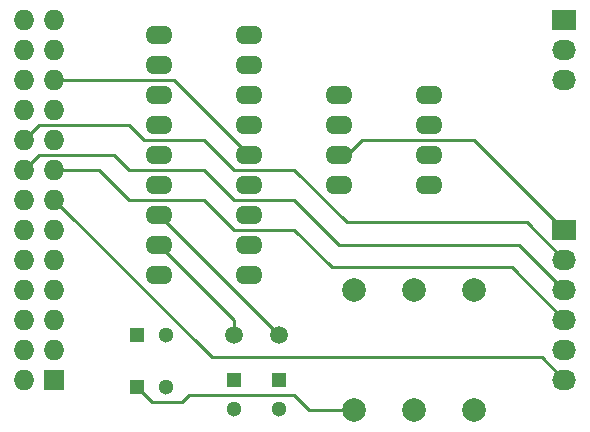
<source format=gbr>
G04 #@! TF.FileFunction,Copper,L2,Bot,Signal*
%FSLAX46Y46*%
G04 Gerber Fmt 4.6, Leading zero omitted, Abs format (unit mm)*
G04 Created by KiCad (PCBNEW 4.0.1-stable) date 14.01.2016 22:08:46*
%MOMM*%
G01*
G04 APERTURE LIST*
%ADD10C,0.100000*%
%ADD11R,1.300000X1.300000*%
%ADD12C,1.300000*%
%ADD13R,1.727200X1.727200*%
%ADD14O,1.727200X1.727200*%
%ADD15O,2.300000X1.600000*%
%ADD16R,2.032000X1.727200*%
%ADD17O,2.032000X1.727200*%
%ADD18C,1.998980*%
%ADD19C,1.501140*%
%ADD20C,0.250000*%
G04 APERTURE END LIST*
D10*
D11*
X112395000Y-95885000D03*
D12*
X114895000Y-95885000D03*
D13*
X105410000Y-95250000D03*
D14*
X102870000Y-95250000D03*
X105410000Y-92710000D03*
X102870000Y-92710000D03*
X105410000Y-90170000D03*
X102870000Y-90170000D03*
X105410000Y-87630000D03*
X102870000Y-87630000D03*
X105410000Y-85090000D03*
X102870000Y-85090000D03*
X105410000Y-82550000D03*
X102870000Y-82550000D03*
X105410000Y-80010000D03*
X102870000Y-80010000D03*
X105410000Y-77470000D03*
X102870000Y-77470000D03*
X105410000Y-74930000D03*
X102870000Y-74930000D03*
X105410000Y-72390000D03*
X102870000Y-72390000D03*
X105410000Y-69850000D03*
X102870000Y-69850000D03*
X105410000Y-67310000D03*
X102870000Y-67310000D03*
X105410000Y-64770000D03*
X102870000Y-64770000D03*
D15*
X114300000Y-66040000D03*
X114300000Y-68580000D03*
X114300000Y-71120000D03*
X114300000Y-73660000D03*
X114300000Y-76200000D03*
X114300000Y-78740000D03*
X114300000Y-81280000D03*
X114300000Y-83820000D03*
X114300000Y-86360000D03*
X121920000Y-86360000D03*
X121920000Y-83820000D03*
X121920000Y-81280000D03*
X121920000Y-78740000D03*
X121920000Y-76200000D03*
X121920000Y-73660000D03*
X121920000Y-71120000D03*
X121920000Y-68580000D03*
X121920000Y-66040000D03*
D11*
X112395000Y-91440000D03*
D12*
X114895000Y-91440000D03*
D11*
X124460000Y-95250000D03*
D12*
X124460000Y-97750000D03*
D11*
X120650000Y-95250000D03*
D12*
X120650000Y-97750000D03*
D16*
X148590000Y-82550000D03*
D17*
X148590000Y-85090000D03*
X148590000Y-87630000D03*
X148590000Y-90170000D03*
X148590000Y-92710000D03*
X148590000Y-95250000D03*
D16*
X148590000Y-64770000D03*
D17*
X148590000Y-67310000D03*
X148590000Y-69850000D03*
D18*
X135890000Y-97790000D03*
X135890000Y-87630000D03*
X140970000Y-87630000D03*
X140970000Y-97790000D03*
X130810000Y-87630000D03*
X130810000Y-97790000D03*
D15*
X129540000Y-71120000D03*
X129540000Y-73660000D03*
X129540000Y-76200000D03*
X129540000Y-78740000D03*
X137160000Y-78740000D03*
X137160000Y-76200000D03*
X137160000Y-73660000D03*
X137160000Y-71120000D03*
D19*
X124454920Y-91440000D03*
X120655080Y-91440000D03*
D20*
X130810000Y-97790000D02*
X127000000Y-97790000D01*
X113665000Y-97155000D02*
X112395000Y-95885000D01*
X116205000Y-97155000D02*
X113665000Y-97155000D01*
X116840000Y-96520000D02*
X116205000Y-97155000D01*
X125730000Y-96520000D02*
X116840000Y-96520000D01*
X127000000Y-97790000D02*
X125730000Y-96520000D01*
X124454920Y-91440000D02*
X124454920Y-91434920D01*
X124454920Y-91434920D02*
X114300000Y-81280000D01*
X120655080Y-91440000D02*
X120655080Y-90175080D01*
X120655080Y-90175080D02*
X114300000Y-83820000D01*
X129540000Y-76200000D02*
X130175000Y-76200000D01*
X130175000Y-76200000D02*
X131445000Y-74930000D01*
X140970000Y-74930000D02*
X148590000Y-82550000D01*
X131445000Y-74930000D02*
X140970000Y-74930000D01*
X102870000Y-74930000D02*
X104140000Y-73660000D01*
X145415000Y-81915000D02*
X148590000Y-85090000D01*
X130175000Y-81915000D02*
X145415000Y-81915000D01*
X125730000Y-77470000D02*
X130175000Y-81915000D01*
X120650000Y-77470000D02*
X125730000Y-77470000D01*
X118110000Y-74930000D02*
X120650000Y-77470000D01*
X113030000Y-74930000D02*
X118110000Y-74930000D01*
X111760000Y-73660000D02*
X113030000Y-74930000D01*
X104140000Y-73660000D02*
X111760000Y-73660000D01*
X102870000Y-77470000D02*
X104140000Y-76200000D01*
X144780000Y-83820000D02*
X148590000Y-87630000D01*
X129540000Y-83820000D02*
X144780000Y-83820000D01*
X125730000Y-80010000D02*
X129540000Y-83820000D01*
X120650000Y-80010000D02*
X125730000Y-80010000D01*
X118110000Y-77470000D02*
X120650000Y-80010000D01*
X111760000Y-77470000D02*
X118110000Y-77470000D01*
X110490000Y-76200000D02*
X111760000Y-77470000D01*
X104140000Y-76200000D02*
X110490000Y-76200000D01*
X105410000Y-77470000D02*
X109220000Y-77470000D01*
X144145000Y-85725000D02*
X148590000Y-90170000D01*
X128905000Y-85725000D02*
X144145000Y-85725000D01*
X125730000Y-82550000D02*
X128905000Y-85725000D01*
X120650000Y-82550000D02*
X125730000Y-82550000D01*
X118110000Y-80010000D02*
X120650000Y-82550000D01*
X111760000Y-80010000D02*
X118110000Y-80010000D01*
X109220000Y-77470000D02*
X111760000Y-80010000D01*
X105410000Y-80010000D02*
X118745000Y-93345000D01*
X146685000Y-93345000D02*
X148590000Y-95250000D01*
X118745000Y-93345000D02*
X146685000Y-93345000D01*
X105410000Y-69850000D02*
X115570000Y-69850000D01*
X115570000Y-69850000D02*
X121920000Y-76200000D01*
M02*

</source>
